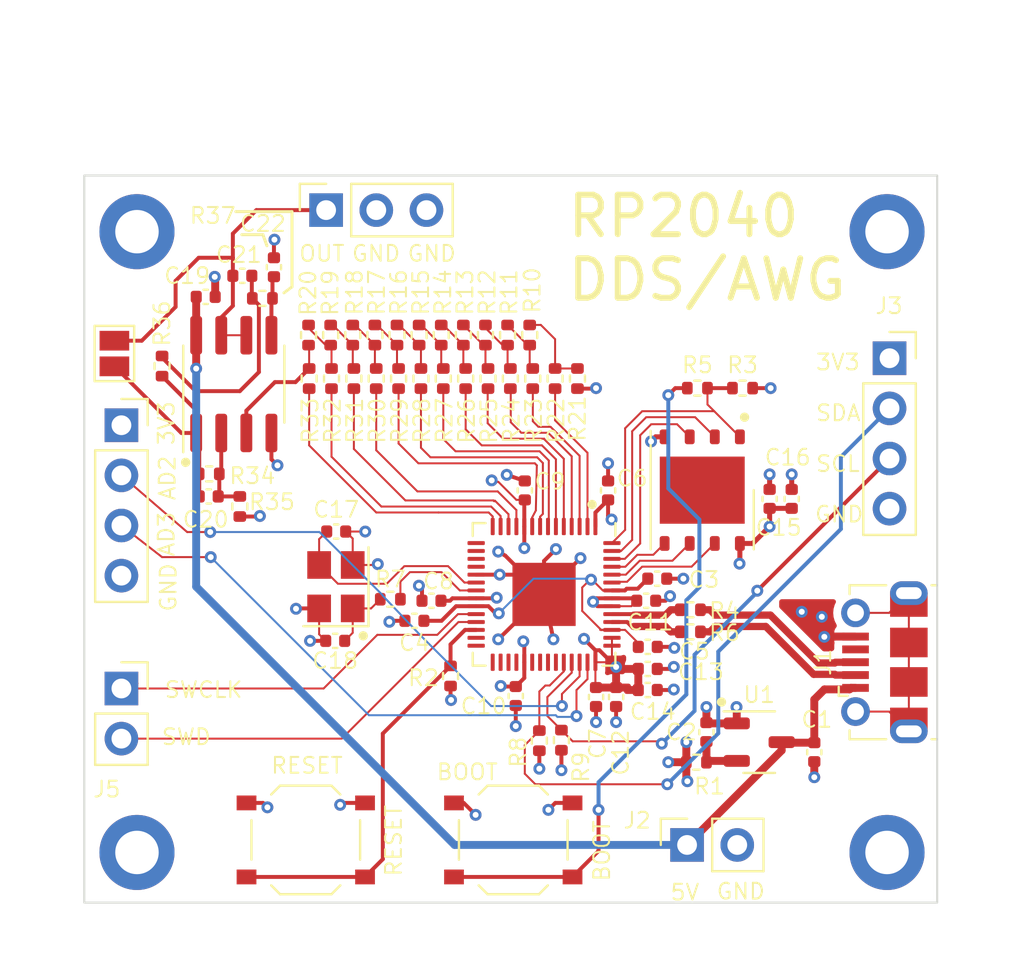
<source format=kicad_pcb>
(kicad_pcb (version 20221018) (generator pcbnew)
  (layers (0 "F.Cu" signal) (1 "In1.Cu" signal) (2 "In2.Cu" signal) (31 "B.Cu" signal) (34 "B.Paste" user) (35 "F.Paste" user) (36 "B.SilkS" user "B.Silkscreen") (37 "F.SilkS" user "F.Silkscreen") (38 "B.Mask" user) (39 "F.Mask" user) (44 "Edge.Cuts" user))
  (net 0 "")
  (net 1 "+5V")
  (net 2 "GND")
  (net 3 "+3V3")
  (net 4 "+1V1")
  (net 5 "Net-(U3-XIN)")
  (net 6 "Net-(U4A--)")
  (net 8 "unconnected-(J1-Shield-Pad6)")
  (net 9 "/SDA")
  (net 10 "/SCL")
  (net 11 "/SWCLK")
  (net 12 "/SWD")
  (net 13 "/ADC2")
  (net 14 "/ADC3")
  (net 15 "/GPIO24")
  (net 16 "/GPIO25")
  (net 17 "Net-(U3-RUN)")
  (net 18 "/QSPI_SS")
  (net 19 "Net-(U3-XOUT)")
  (net 20 "Net-(R10-Pad1)")
  (net 21 "Net-(R10-Pad2)")
  (net 22 "Net-(R11-Pad1)")
  (net 23 "Net-(R12-Pad1)")
  (net 24 "Net-(R13-Pad1)")
  (net 25 "Net-(R14-Pad1)")
  (net 26 "Net-(R15-Pad1)")
  (net 27 "Net-(R16-Pad1)")
  (net 28 "Net-(R17-Pad1)")
  (net 29 "Net-(R18-Pad1)")
  (net 30 "Net-(R19-Pad1)")
  (net 31 "Net-(U4A-+)")
  (net 32 "/GPIO0")
  (net 33 "/GPIO1")
  (net 34 "/GPIO2")
  (net 35 "/GPIO3")
  (net 36 "/GPIO4")
  (net 37 "/GPIO5")
  (net 38 "/GPIO6")
  (net 39 "/GPIO7")
  (net 40 "/GPIO8")
  (net 41 "/GPIO9")
  (net 42 "/GPIO10")
  (net 43 "/GPIO11")
  (net 44 "Net-(JP1-A)")
  (net 45 "Net-(C21-Pad1)")
  (net 46 "Net-(U4B-+)")
  (net 47 "/GPIO12")
  (net 48 "/GPIO13")
  (net 49 "/GPIO14")
  (net 50 "/GPIO15")
  (net 51 "/GPIO16")
  (net 52 "/GPIO17")
  (net 53 "/GPIO18")
  (net 54 "/GPIO19")
  (net 55 "/GPIO20")
  (net 56 "/GPIO21")
  (net 57 "/GPIO22")
  (net 58 "/GPIO23")
  (net 59 "/QSPI_SD1")
  (net 60 "/QSPI_SD2")
  (net 61 "/QSPI_SD0")
  (net 62 "/QSPI_SCLK")
  (net 63 "/QSPI_SD3")
  (net 65 "Net-(C18-Pad2)")
  (net 66 "Net-(R5-Pad1)")
  (net 67 "/USB_P")
  (net 68 "/USB_N")
  (net 69 "/USB_DP")
  (net 70 "/USB_DN")
  (net 71 "Net-(U1-VO)")
  (net 72 "Net-(J6-Pin_1)")
  (footprint "Package_SO:SOIC-8_3.9x4.9mm_P1.27mm" (layer "F.Cu") (at 172.6692 75.3364 90)
    (fp_text reference "U4" hide)
    (fp_text value "OPA2192")
  )
  (footprint "Resistor_SMD:R_0402_1005Metric" (layer "F.Cu") (at 177.615628 75.055 90)
    (fp_text reference "R32")
    (fp_text value "22k")
  )
  (footprint "Resistor_SMD:R_0402_1005Metric" (layer "F.Cu") (at 182.1434 75.055 90)
    (fp_text reference "R28")
    (fp_text value "22k")
  )
  (footprint "Capacitor_SMD:C_0402_1005Metric" (layer "F.Cu") (at 181.8132 87.3252 180)
    (fp_text reference "C4")
    (fp_text value "100n")
  )
  (footprint "Capacitor_SMD:C_0402_1005Metric" (layer "F.Cu") (at 192.024 91.186 -90)
    (fp_text reference "C12")
    (fp_text value "100n")
  )
  (footprint "Connector_PinSocket_2.54mm:PinSocket_1x04_P2.54mm_Vertical" (layer "F.Cu") (at 205.8666 74.0256)
    (fp_text reference "J3")
    (fp_text value "Conn_01x04")
  )
  (footprint "Package_TO_SOT_SMD:SOT-23-3" (layer "F.Cu") (at 199.2685 93.472)
    (fp_text reference "U1")
    (fp_text value "XC6206PxxxMR")
  )
  (footprint "Capacitor_SMD:C_0402_1005Metric" (layer "F.Cu") (at 193.548 86.3092)
    (fp_text reference "C11")
    (fp_text value "100n")
  )
  (footprint "Resistor_SMD:R_0402_1005Metric" (layer "F.Cu") (at 196.088 94.488 180)
    (fp_text reference "R1")
    (fp_text value "0")
  )
  (footprint "Resistor_SMD:R_0402_1005Metric" (layer "F.Cu") (at 182.051111 72.8512 90)
    (fp_text reference "R15")
    (fp_text value "11k")
  )
  (footprint "Resistor_SMD:R_0402_1005Metric" (layer "F.Cu") (at 184.290255 72.8512 90)
    (fp_text reference "R13")
    (fp_text value "11k")
  )
  (footprint "Capacitor_SMD:C_0402_1005Metric" (layer "F.Cu") (at 174.7012 69.4156 90)
    (fp_text reference "C22")
    (fp_text value "10p")
  )
  (footprint "Capacitor_SMD:C_0402_1005Metric" (layer "F.Cu") (at 186.944 91.1352 -90)
    (fp_text reference "C10")
    (fp_text value "100n")
  )
  (footprint "Resistor_SMD:R_0402_1005Metric" (layer "F.Cu") (at 185.539229 75.055 90)
    (fp_text reference "R25")
    (fp_text value "22k")
  )
  (footprint "Resistor_SMD:R_0402_1005Metric" (layer "F.Cu") (at 185.409827 72.8512 90)
    (fp_text reference "R12")
    (fp_text value "11k")
  )
  (footprint "Resistor_SMD:R_0402_1005Metric" (layer "F.Cu") (at 187.648977 72.8512 90)
    (fp_text reference "R10")
    (fp_text value "11k")
  )
  (footprint "Button_Switch_SMD:SW_Push_1P1T_XKB_TS-1187A" (layer "F.Cu") (at 186.817 98.425)
    (fp_text reference "SW2" hide)
    (fp_text value "SW_Push")
  )
  (footprint "Jumper:SolderJumper-2_P1.3mm_Open_Pad1.0x1.5mm" (layer "F.Cu") (at 166.624 73.787 90)
    (fp_text reference "JP1" hide)
    (fp_text value "SolderJumper_2_Open")
  )
  (footprint "Resistor_SMD:R_0402_1005Metric" (layer "F.Cu") (at 178.747571 75.055 90)
    (fp_text reference "R31")
    (fp_text value "22k")
  )
  (footprint "Resistor_SMD:R_0402_1005Metric" (layer "F.Cu") (at 188.1378 93.3958 90)
    (fp_text reference "R8")
    (fp_text value "10k")
  )
  (footprint "Capacitor_SMD:C_0402_1005Metric" (layer "F.Cu") (at 182.6768 86.3092 180)
    (fp_text reference "C8")
    (fp_text value "100n")
  )
  (footprint "Capacitor_SMD:C_0402_1005Metric" (layer "F.Cu") (at 196.596 92.964 90)
    (fp_text reference "C2")
    (fp_text value "1u")
  )
  (footprint "Resistor_SMD:R_0402_1005Metric" (layer "F.Cu") (at 195.7832 87.884 180)
    (fp_text reference "R6")
    (fp_text value "27")
  )
  (footprint "Resistor_SMD:R_0402_1005Metric" (layer "F.Cu") (at 187.803115 75.055 90)
    (fp_text reference "R23")
    (fp_text value "22k")
  )
  (footprint "Connector_PinSocket_2.54mm:PinSocket_1x02_P2.54mm_Vertical" (layer "F.Cu") (at 195.617 98.679 90)
    (fp_text reference "J2")
    (fp_text value "Conn_01x02")
  )
  (footprint "Resistor_SMD:R_0402_1005Metric" (layer "F.Cu") (at 181.011457 75.055 90)
    (fp_text reference "R29")
    (fp_text value "22k")
  )
  (footprint "Capacitor_SMD:C_0402_1005Metric" (layer "F.Cu") (at 200.914 81.1504 90)
    (fp_text reference "C16")
    (fp_text value "2.2u")
  )
  (footprint "MountingHole:MountingHole_2.2mm_M2_DIN965_Pad" (layer "F.Cu") (at 205.74 67.6148)
    (fp_text reference "H1" hide)
    (fp_text value "MountingHole_Pad")
  )
  (footprint "Resistor_SMD:R_0402_1005Metric" (layer "F.Cu") (at 196.1388 75.5396)
    (fp_text reference "R5")
    (fp_text value "1k")
  )
  (footprint "Capacitor_SMD:C_0402_1005Metric" (layer "F.Cu") (at 202.057 93.98 -90)
    (fp_text reference "C1")
    (fp_text value "1u")
  )
  (footprint "Connector_PinSocket_2.54mm:PinSocket_1x03_P2.54mm_Vertical" (layer "F.Cu") (at 177.3428 66.5226 90)
    (fp_text reference "J6" hide)
    (fp_text value "Conn_01x03")
  )
  (footprint "Resistor_SMD:R_0402_1005Metric" (layer "F.Cu") (at 189.2554 93.3704 90)
    (fp_text reference "R9")
    (fp_text value "10k")
  )
  (footprint "MountingHole:MountingHole_2.2mm_M2_DIN965_Pad" (layer "F.Cu") (at 205.74 99.06)
    (fp_text reference "H2" hide)
    (fp_text value "MountingHole_Pad")
  )
  (footprint "Connector_PinSocket_2.54mm:PinSocket_1x04_P2.54mm_Vertical" (layer "F.Cu") (at 166.9796 77.4192)
    (fp_text reference "J4" hide)
    (fp_text value "Conn_01x04")
  )
  (footprint "Resistor_SMD:R_0402_1005Metric" (layer "F.Cu") (at 180.931539 72.8512 90)
    (fp_text reference "R16")
    (fp_text value "11k")
  )
  (footprint "Resistor_SMD:R_0402_1005Metric" (layer "F.Cu") (at 190.067011 75.055 90)
    (fp_text reference "R21")
    (fp_text value "22k")
  )
  (footprint "Resistor_SMD:R_0402_1005Metric" (layer "F.Cu") (at 169.037 74.422 90)
    (fp_text reference "R36")
    (fp_text value "1k")
  )
  (footprint "Resistor_SMD:R_0402_1005Metric" (layer "F.Cu") (at 176.483685 75.055 90)
    (fp_text reference "R33")
    (fp_text value "22k")
  )
  (footprint "MountingHole:MountingHole_2.2mm_M2_DIN965_Pad" (layer "F.Cu") (at 167.767 99.06)
    (fp_text reference "H3" hide)
    (fp_text value "MountingHole_Pad")
  )
  (footprint "Resistor_SMD:R_0402_1005Metric" (layer "F.Cu") (at 186.671172 75.055 90)
    (fp_text reference "R24")
    (fp_text value "22k")
  )
  (footprint "Resistor_SMD:R_0402_1005Metric" (layer "F.Cu") (at 183.642 90.1192 -90)
    (fp_text reference "R2")
    (fp_text value "10k")
  )
  (footprint "MountingHole:MountingHole_2.2mm_M2_DIN965_Pad" (layer "F.Cu") (at 167.767 67.6148)
    (fp_text reference "H4" hide)
    (fp_text value "MountingHole_Pad")
  )
  (footprint "Resistor_SMD:R_0402_1005Metric" (layer "F.Cu") (at 195.7832 86.7664 180)
    (fp_text reference "R4")
    (fp_text value "27")
  )
  (footprint "Connector_USB:USB_Micro-B_Molex-105017-0001" (layer "F.Cu") (at 205.6072 89.424 90)
    (fp_text reference "J1")
    (fp_text value "USB_B_Micro")
  )
  (footprint "Resistor_SMD:R_0402_1005Metric" (layer "F.Cu") (at 183.170683 72.8512 90)
    (fp_text reference "R14")
    (fp_text value "11k")
  )
  (footprint "Capacitor_SMD:C_0402_1005Metric" (layer "F.Cu") (at 173.101 69.85 180)
    (fp_text reference "C21")
    (fp_text value "10p")
  )
  (footprint "Resistor_SMD:R_0402_1005Metric" (layer "F.Cu") (at 183.275343 75.055 90)
    (fp_text reference "R27")
    (fp_text value "22k")
  )
  (footprint "Resistor_SMD:R_0402_1005Metric" (layer "F.Cu") (at 174.117 70.993 180)
    (fp_text reference "R37")
    (fp_text value "2.2k")
  )
  (footprint "Resistor_SMD:R_0402_1005Metric" (layer "F.Cu") (at 176.453251 72.8512 90)
    (fp_text reference "R20")
    (fp_text value "11k")
  )
  (footprint "Capacitor_SMD:C_0402_1005Metric" (layer "F.Cu") (at 191.008 91.186 -90)
    (fp_text reference "C7")
    (fp_text value "100n")
  )
  (footprint "Capacitor_SMD:C_0402_1005Metric" (layer "F.Cu") (at 171.2468 70.9168)
    (fp_text reference "C19")
    (fp_text value "100n")
  )
  (footprint "Crystal:Crystal_SMD_3225-4Pin_3.2x2.5mm" (layer "F.Cu") (at 177.839 85.598 90)
    (fp_text reference "Y1" hide)
    (fp_text value "Crystal_GND24")
  )
  (footprint "Resistor_SMD:R_0402_1005Metric" (layer "F.Cu") (at 184.407286 75.055 90)
    (fp_text reference "R26")
    (fp_text value "22k")
  )
  (footprint "Resistor_SMD:R_0402_1005Metric" (layer "F.Cu") (at 179.879514 75.055 90)
    (fp_text reference "R30")
    (fp_text value "22k")
  )
  (footprint "Resistor_SMD:R_0402_1005Metric" (layer "F.Cu") (at 186.529399 72.8512 90)
    (fp_text reference "R11")
    (fp_text value "11k")
  )
  (footprint "Connector_PinSocket_2.54mm:PinSocket_1x02_P2.54mm_Vertical" (layer "F.Cu") (at 166.9796 90.7542)
    (fp_text reference "J5")
    (fp_text value "Conn_01x02")
  )
  (footprint "Capacitor_SMD:C_0402_1005Metric" (layer "F.Cu") (at 177.8526 82.804 180)
    (fp_text reference "C17")
    (fp_text value "12pF")
  )
  (footprint "Capacitor_SMD:C_0402_1005Metric" (layer "F.Cu") (at 191.6176 80.7212 90)
    (fp_text reference "C6")
    (fp_text value "100n")
  )
  (footprint "Capacitor_SMD:C_0402_1005Metric" (layer "F.Cu") (at 199.7964 81.1504 90)
    (fp_text reference "C15")
    (fp_text value "100n")
  )
  (footprint "Resistor_SMD:R_0402_1005Metric" (layer "F.Cu") (at 198.4248 75.5396)
    (fp_text reference "R3")
    (fp_text value "DNS")
  )
  (footprint "Capacitor_SMD:C_0402_1005Metric" (layer "F.Cu") (at 193.6268 90.8304)
    (fp_text reference "C14")
    (fp_text value "2.2u")
  )
  (footprint "Capacitor_SMD:C_0402_1005Metric" (layer "F.Cu") (at 193.6268 88.646)
    (fp_text reference "C5")
    (fp_text value "2.2u")
  )
  (footprint "Resistor_SMD:R_0402_1005Metric" (layer "F.Cu") (at 172.974 81.534 -90)
    (fp_text reference "R35")
    (fp_text value "2.2k")
  )
  (footprint "Resistor_SMD:R_0402_1005Metric" (layer "F.Cu") (at 180.594 86.233 180)
    (fp_text reference "R7")
    (fp_text value "1k")
  )
  (footprint "Resistor_SMD:R_0402_1005Metric" (layer "F.Cu") (at 179.811967 72.8512 90)
    (fp_text reference "R17")
    (fp_text value "11k")
  )
  (footprint "Capacitor_SMD:C_0402_1005Metric" (layer "F.Cu") (at 194.1068 85.1916)
    (fp_text reference "C3")
    (fp_text value "100n")
  )
  (footprint "Resistor_SMD:R_0402_1005Metric" (layer "F.Cu") (at 171.4246 79.883 180)
    (fp_text reference "R34")
    (fp_text value "1k")
  )
  (footprint "Package_DFN_QFN:QFN-56-1EP_7x7mm_P0.4mm_EP3.2x3.2mm" (layer "F.Cu") (at 188.376 85.9875 -90)
    (fp_text reference "U3" hide)
    (fp_text value "RP2040")
  )
  (footprint "Button_Switch_SMD:SW_Push_1P1T_XKB_TS-1187A" (layer "F.Cu") (at 176.313 98.425)
    (fp_text reference "SW1" hide)
    (fp_text value "SW_Push")
  )
  (footprint "Capacitor_SMD:C_0402_1005Metric" (layer "F.Cu") (at 187.4012 80.7212 90)
    (fp_text reference "C9")
    (fp_text value "100n")
  )
  (footprint "Resistor_SMD:R_0402_1005Metric" (layer "F.Cu") (at 188.935058 75.055 90)
    (fp_text reference "R22")
    (fp_text value "22k")
  )
  (footprint "Capacitor_SMD:C_0402_1005Metric" (layer "F.Cu") (at 193.6268 89.7636)
    (fp_text reference "C13")
    (fp_text value "2.2u")
  )
  (footprint "Package_SON:WSON-8-1EP_6x5mm_P1.27mm_EP3.4x4.3mm" (layer "F.Cu") (at 196.3846 80.7076 -90)
    (fp_text reference "U2" hide)
    (fp_text value "W25Q32JVZP")
  )
  (footprint "Capacitor_SMD:C_0402_1005Metric" (layer "F.Cu") (at 177.8018 88.3412)
    (fp_text reference "C18")
    (fp_text value "12pF")
  )
  (footprint "Capacitor_SMD:C_0402_1005Metric" (layer "F.Cu") (at 171.3992 81.026)
    (fp_text reference "C20")
    (fp_text value "10p")
  )
  (footprint "Resistor_SMD:R_0402_1005Metric" (layer "F.Cu") (at 177.572823 72.8512 90)
    (fp_text reference "R19")
    (fp_text value "11k")
  )
  (footprint "Resistor_SMD:R_0402_1005Metric" (layer "F.Cu") (at 178.692395 72.8512 90)
    (fp_text reference "R18")
    (fp_text value "11k")
  )
  (gr_line (start 175.6156 66.5988) (end 175.6156 70.4088) (stroke (width 0.15)) (layer "F.SilkS"))
  (gr_circle (center 190.8048 81.4324) (end 190.965444 81.4324) (stroke (width 0.15)) (fill solid) (layer "F.SilkS"))
  (gr_line (start 172.7708 66.5988) (end 175.6156 66.5988) (stroke (width 0.15)) (layer "F.SilkS"))
  (gr_circle (center 198.5264 77.0128) (end 198.687044 77.0128) (stroke (width 0.15)) (fill solid) (layer "F.SilkS"))
  (gr_circle (center 197.358 91.44) (end 197.518644 91.44) (stroke (width 0.15)) (fill solid) (layer "F.SilkS"))
  (gr_line (start 175.6156 70.4088) (end 175.2092 70.7136) (stroke (width 0.15)) (layer "F.SilkS"))
  (gr_circle (center 179.2224 88.0872) (end 179.383044 88.0872) (stroke (width 0.15)) (fill solid) (layer "F.SilkS"))
  (gr_circle (center 170.2308 79.2988) (end 170.391444 79.2988) (stroke (width 0.15)) (fill solid) (layer "F.SilkS"))
  (gr_line (start 173.0756 67.7672) (end 174.1424 67.7672) (stroke (width 0.15)) (layer "F.SilkS"))
  (gr_line (start 174.1424 67.7672) (end 174.3456 68.326) (stroke (width 0.15)) (layer "F.SilkS"))
  (gr_rect (start 165.1 64.77) (end 208.28 101.6) (stroke (width 0.1)) (fill none) (layer "Edge.Cuts"))
  (gr_text "BOOT" (at 182.88 95.4532) (layer "F.SilkS") (effects (font (size 0.8 0.8) (thickness 0.1)) (justify left bottom)))
  (gr_text "SWCLK" (at 169.1132 91.2876) (layer "F.SilkS") (effects (font (size 0.8 0.8) (thickness 0.1)) (justify left bottom)))
  (gr_text "GND" (at 197.0532 101.4984) (layer "F.SilkS") (effects (font (size 0.8 0.8) (thickness 0.1)) (justify left bottom)))
  (gr_text "RESET" (at 174.498 95.123) (layer "F.SilkS") (effects (font (size 0.8 0.8) (thickness 0.1)) (justify left bottom)))
  (gr_text "SDA" (at 202.0824 77.2668) (layer "F.SilkS") (effects (font (size 0.8 0.8) (thickness 0.1)) (justify left bottom)))
  (gr_text "AD2" (at 169.7736 81.28 90) (layer "F.SilkS") (effects (font (size 0.8 0.8) (thickness 0.1)) (justify left bottom)))
  (gr_text "AD3" (at 169.7228 84.1248 90) (layer "F.SilkS") (effects (font (size 0.8 0.8) (thickness 0.1)) (justify left bottom)))
  (gr_text "GND" (at 178.587409 69.1896) (layer "F.SilkS") (effects (font (size 0.8 0.8) (thickness 0.1)) (justify left bottom)))
  (gr_text "OUT" (at 175.9204 69.1896) (layer "F.SilkS") (effects (font (size 0.8 0.8) (thickness 0.1)) (justify left bottom)))
  (gr_text "RESET" (at 181.229 100.33 90) (layer "F.SilkS") (effects (font (size 0.8 0.8) (thickness 0.1)) (justify left bottom)))
  (gr_text "3V3" (at 169.7228 78.486 90) (layer "F.SilkS") (effects (font (size 0.8 0.8) (thickness 0.1)) (justify left bottom)))
  (gr_text "BOOT" (at 191.77 100.584 90) (layer "F.SilkS") (effects (font (size 0.8 0.8) (thickness 0.1)) (justify left bottom)))
  (gr_text "3V3" (at 202.0824 74.692934) (layer "F.SilkS") (effects (font (size 0.8 0.8) (thickness 0.1)) (justify left bottom)))
  (gr_text "GND" (at 181.4068 69.1896) (layer "F.SilkS") (effects (font (size 0.8 0.8) (thickness 0.1)) (justify left bottom)))
  (gr_text "GND" (at 169.8244 86.9188 90) (layer "F.SilkS") (effects (font (size 0.8 0.8) (thickness 0.1)) (justify left bottom)))
  (gr_text "RP2040 \nDDS/AWG" (at 189.4332 71.2216) (layer "F.SilkS") (effects (font (size 2 2) (thickness 0.3)) (justify left bottom)))
  (gr_text "5V" (at 194.7164 101.5492) (layer "F.SilkS") (effects (font (size 0.8 0.8) (thickness 0.1)) (justify left bottom)))
  (gr_text "GND" (at 202.0316 82.3976) (layer "F.SilkS") (effects (font (size 0.8 0.8) (thickness 0.1)) (justify left bottom)))
  (gr_text "SCL" (at 202.0824 79.840666) (layer "F.SilkS") (effects (font (size 0.8 0.8) (thickness 0.1)) (justify left bottom)))
  (gr_text "SWD" (at 168.9608 93.6752) (layer "F.SilkS") (effects (font (size 0.8 0.8) (thickness 0.1)) (justify left bottom)))
  (segment (start 170.7642 73.344217) (end 170.7642 72.8614) (width 0.4) (layer "F.Cu") (net 1))
  (segment (start 170.7642 70.9194) (end 170.7668 70.9168) (width 0.2) (layer "F.Cu") (net 1))
  (segment (start 203.916 90.724) (end 203.841 90.799) (width 0.4) (layer "F.Cu") (net 1))
  (segment (start 195.617 98.679) (end 200.406 93.89) (width 0.4) (layer "F.Cu") (net 1))
  (segment (start 202.057 93.5) (end 200.434 93.5) (width 0.4) (layer "F.Cu") (net 1))
  (segment (start 200.406 93.89) (end 200.406 93.472) (width 0.4) (layer "F.Cu") (net 1))
  (segment (start 170.7642 74.549) (end 170.7642 73.344217) (width 0.4) (layer "F.Cu") (net 1))
  (segment (start 200.434 93.5) (end 200.406 93.472) (width 0.4) (layer "F.Cu") (net 1))
  (segment (start 170.7642 72.8614) (end 170.7642 70.9194) (width 0.4) (layer "F.Cu") (net 1))
  (segment (start 202.057 91.313) (end 202.057 93.5) (width 0.4) (layer "F.Cu") (net 1))
  (segment (start 202.571 90.799) (end 202.057 91.313) (width 0.4) (layer "F.Cu") (net 1))
  (segment (start 203.841 90.799) (end 202.571 90.799) (width 0.4) (layer "F.Cu") (net 1))
  (segment (start 204.1447 90.724) (end 203.916 90.724) (width 0.4) (layer "F.Cu") (net 1))
  (via (at 170.7642 74.549) (size 0.6) (drill 0.3) (layers "F.Cu" "B.Cu") (net 1))
  (segment (start 183.84585 98.679) (end 195.617 98.679) (width 0.4) (layer "B.Cu") (net 1))
  (segment (start 170.7642 74.549) (end 170.7642 85.59735) (width 0.4) (layer "B.Cu") (net 1))
  (segment (start 170.7642 85.59735) (end 183.84585 98.679) (width 0.4) (layer "B.Cu") (net 1))
  (segment (start 202.819 88.124) (end 202.565 88.138) (width 0.4) (layer "F.Cu") (net 2))
  (segment (start 190.9826 75.565) (end 191.008 75.5396) (width 0.2) (layer "F.Cu") (net 2))
  (segment (start 194.8434 89.7636) (end 194.945 89.662) (width 0.2) (layer "F.Cu") (net 2))
  (segment (start 194.024656 78.0076) (end 193.7927 78.239556) (width 0.254) (layer "F.Cu") (net 2))
  (segment (start 187.4012 80.2412) (end 186.4868 79.9338) (width 0.2) (layer "F.Cu") (net 2))
  (segment (start 174.7012 68.9356) (end 174.7012 68.044) (width 0.2) (layer "F.Cu") (net 2))
  (segment (start 188.376 86.0648) (end 188.376 85.9875) (width 0.2) (layer "F.Cu") (net 2))
  (segment (start 192.024 91.666) (end 192.024 92.456) (width 0.2) (layer "F.Cu") (net 2))
  (segment (start 179.313 96.55) (end 178.151 96.55) (width 0.2) (layer "F.Cu") (net 2))
  (segment (start 180.594 87.3252) (end 180.5432 87.376) (width 0.2) (layer "F.Cu") (net 2))
  (segment (start 188.376 85.9948) (end 188.376 85.9875) (width 0.2) (layer "F.Cu") (net 2))
  (segment (start 172.974 82.044) (end 173.9626 82.044) (width 0.2) (layer "F.Cu") (net 2))
  (segment (start 194.1068 89.7636) (end 194.8434 89.7636) (width 0.2) (layer "F.Cu") (net 2))
  (segment (start 202.791 88.124) (end 202.805 88.124) (width 0.4) (layer "F.Cu") (net 2))
  (segment (start 182.1968 86.3092) (end 182.1968 85.7022) (width 0.2) (layer "F.Cu") (net 2))
  (segment (start 188.376 84.293) (end 188.976 83.693) (width 0.2) (layer "F.Cu") (net 2))
  (segment (start 179.916 84.498) (end 179.959 84.455) (width 0.1) (layer "F.Cu") (net 2))
  (segment (start 186.055 83.82) (end 186.4117 84.0232) (width 0.2) (layer "F.Cu") (net 2))
  (segment (start 174.147 96.55) (end 173.313 96.55) (width 0.2) (layer "F.Cu") (net 2))
  (segment (start 178.689 84.498) (end 179.916 84.498) (width 0.1) (layer "F.Cu") (net 2))
  (segment (start 182.1968 85.7022) (end 182.0418 85.5472) (width 0.2) (layer "F.Cu") (net 2))
  (segment (start 204.1447 88.124) (end 202.819 88.124) (width 0.4) (layer "F.Cu") (net 2))
  (segment (start 196.596 92.484) (end 196.596 91.694) (width 0.4) (layer "F.Cu") (net 2))
  (segment (start 200.914 80.6704) (end 200.914 79.9084) (width 0.254) (layer "F.Cu") (net 2))
  (segment (start 171.7268 69.9236) (end 171.704 69.9008) (width 0.2) (layer "F.Cu") (net 2))
  (segment (start 177.3218 88.3412) (end 176.53 88.3412) (width 0.2) (layer "F.Cu") (net 2))
  (segment (start 178.151 96.55) (end 178.054 96.647) (width 0.2) (layer "F.Cu") (net 2))
  (segment (start 194.521468 86.3092) (end 194.754933 86.075735) (width 0.2) (layer "F.Cu") (net 2))
  (segment (start 171.7268 70.9168) (end 171.7268 69.9236) (width 0.4) (layer "F.Cu") (net 2))
  (segment (start 191.008 91.666) (end 191.008 92.456) (width 0.2) (layer "F.Cu") (net 2))
  (segment (start 199.7964 80.6704) (end 199.7964 79.9084) (width 0.254) (layer "F.Cu") (net 2))
  (segment (start 174.5742 77.8114) (end 174.5742 79.1464) (width 0.2) (layer "F.Cu") (net 2))
  (segment (start 188.376 85.9875) (end 188.376 84.293) (width 0.2) (layer "F.Cu") (net 2))
  (segment (start 181.3332 87.3252) (end 180.594 87.3252) (width 0.2) (layer "F.Cu") (net 2))
  (segment (start 177.3218 88.3412) (end 176.989 88.0084) (width 0.1) (layer "F.Cu") (net 2))
  (segment (start 191.6176 80.2412) (end 191.6176 79.3496) (width 0.2) (layer "F.Cu") (net 2))
  (segment (start 176.989 86.698) (end 175.8364 86.698) (width 0.2) (layer "F.Cu") (net 2))
  (segment (start 194.9196 88.646) (end 194.9704 88.6968) (width 0.2) (layer "F.Cu") (net 2))
  (segment (start 194.9196 90.8304) (end 194.945 90.805) (width 0.2) (layer "F.Cu") (net 2))
  (segment (start 186.055 88.265) (end 188.376 85.9948) (width 0.2) (layer "F.Cu") (net 2))
  (segment (start 198.131 92.522) (end 196.634 92.522) (width 0.4) (layer "F.Cu") (net 2))
  (segment (start 175.8364 86.698) (end 175.8188 86.7156) (width 0.2) (layer "F.Cu") (net 2))
  (segment (start 189.817 96.55) (end 188.946 96.55) (width 0.2) (layer "F.Cu") (net 2))
  (segment (start 188.376 85.9875) (end 188.376 86.3188) (width 0.2) (layer "F.Cu") (net 2))
  (segment (start 186.1312 84.9884) (end 187.3769 84.9884) (width 0.2) (layer "F.Cu") (net 2))
  (segment (start 194.028 86.3092) (end 194.521468 86.3092) (width 0.2) (layer "F.Cu") (net 2))
  (segment (start 188.376 85.9875) (end 188.849 88.265) (width 0.2) (layer "F.Cu") (net 2))
  (segment (start 188.946 96.55) (end 188.595 96.901) (width 0.2) (layer "F.Cu") (net 2))
  (segment (start 190.067011 75.565) (end 190.9826 75.565) (width 0.2) (layer "F.Cu") (net 2))
  (segment (start 186.1312 84.9884) (end 185.9779 84.9875) (width 0.2) (layer "F.Cu") (net 2))
  (segment (start 198.131 92.522) (end 198.131 91.705) (width 0.4) (layer "F.Cu") (net 2))
  (segment (start 202.057 94.46) (end 202.057 95.25) (width 0.4) (layer "F.Cu") (net 2))
  (segment (start 178.3326 82.804) (end 178.689 83.1604) (width 0.1) (layer "F.Cu") (net 2))
  (segment (start 176.989 88.0084) (end 176.989 86.698) (width 0.1) (layer "F.Cu") (net 2))
  (segment (start 194.5868 85.1916) (end 195.4276 85.1916) (width 0.2) (layer "F.Cu") (net 2))
  (segment (start 186.944 91.6152) (end 186.944 92.6592) (width 0.2) (layer "F.Cu") (net 2))
  (segment (start 174.5742 79.1464) (end 174.879 79.4512) (width 0.2) (layer "F.Cu") (net 2))
  (segment (start 194.1068 88.646) (end 194.9196 88.646) (width 0.2) (layer "F.Cu") (net 2))
  (segment (start 184.307 96.55) (end 184.912 97.155) (width 0.2) (layer "F.Cu") (net 2))
  (segment (start 178.689 83.1604) (end 178.689 84.498) (width 0.1) (layer "F.Cu") (net 2))
  (segment (start 196.634 92.522) (end 196.596 92.484) (width 0.4) (layer "F.Cu") (net 2))
  (segment (start 194.4796 78.0076) (end 194.024656 78.0076) (width 0.254) (layer "F.Cu") (net 2))
  (segment (start 174.371 96.774) (end 174.147 96.55) (width 0.2) (layer "F.Cu") (net 2))
  (segment (start 178.3326 82.804) (end 179.324 82.804) (width 0.1) (layer "F.Cu") (net 2))
  (segment (start 173.9626 82.044) (end 173.99 82.0166) (width 0.2) (layer "F.Cu") (net 2))
  (segment (start 187.3769 84.9884) (end 188.376 85.9875) (width 0.2) (layer "F.Cu") (net 2))
  (segment (start 190.2206 84.1502) (end 188.3833 85.9875) (width 0.2) (layer "F.Cu") (net 2))
  (segment (start 202.565 88.138) (end 202.791 88.124) (width 0.4) (layer "F.Cu") (net 2))
  (segment (start 188.3833 85.9875) (end 188.376 85.9875) (width 0.2) (layer "F.Cu") (net 2))
  (segment (start 185.9779 84.9875) (end 184.9385 84.9875) (width 0.2) (layer "F.Cu") (net 2))
  (segment (start 194.1068 90.8304) (end 194.9196 90.8304) (width 0.2) (layer "F.Cu") (net 2))
  (segment (start 183.817 96.55) (end 184.307 96.55) (width 0.2) (layer "F.Cu") (net 2))
  (segment (start 198.131 91.705) (end 198.12 91.694) (width 0.4) (layer "F.Cu") (net 2))
  (segment (start 186.4117 84.0232) (end 188.376 85.9875) (width 0.2) (layer "F.Cu") (net 2))
  (via (at 176.53 88.3412) (size 0.6) (drill 0.3) (layers "F.Cu" "B.Cu") (net 2))
  (via (at 196.596 91.694) (size 0.6) (drill 0.3) (layers "F.Cu" "B.Cu") (net 2))
  (via (at 182.0418 85.5472) (size 0.6) (drill 0.3) (layers "F.Cu" "B.Cu") (net 2))
  (via (at 192.024 92.456) (size 0.6) (drill 0.3) (layers "F.Cu" "B.Cu") (net 2))
  (via (at 198.12 91.694) (size 0.6) (drill 0.3) (layers "F.Cu" "B.Cu") (net 2))
  (via (at 194.754933 86.075735) (size 0.6) (drill 0.3) (layers "F.Cu" "B.Cu") (net 2))
  (via (at 179.959 84.455) (size 0.6) (drill 0.3) (layers "F.Cu" "B.Cu") (net 2))
  (via (at 201.422 86.868) (size 0.6) (drill 0.3) (layers "F.Cu" "B.Cu") (net 2))
  (via (at 171.704 69.9008) (size 0.6) (drill 0.3) (layers "F.Cu" "B.Cu") (net 2))
  (via (at 194.945 89.662) (size 0.6) (drill 0.3) (layers "F.Cu" "B.Cu") (net 2))
  (via (at 186.4868 79.9338) (size 0.6) (drill 0.3) (layers "F.Cu" "B.Cu") (net 2))
  (via (at 175.8188 86.7156) (size 0.6) (drill 0.3) (layers "F.Cu" "B.Cu") (net 2))
  (via (at 190.2206 84.1502) (size 0.6) (drill 0.3) (layers "F.Cu" "B.Cu") (net 2))
  (via (at 186.944 92.6592) (size 0.6) (drill 0.3) (layers "F.Cu" "B.Cu") (net 2))
  (via (at 188.595 96.901) (size 0.6) (drill 0.3) (layers "F.Cu" "B.Cu") (net 2))
  (via (at 194.945 90.805) (size 0.6) (drill 0.3) (layers "F.Cu" "B.Cu") (net 2))
  (via (at 173.99 82.0166) (size 0.6) (drill 0.3) (layers "F.Cu" "B.Cu") (net 2))
  (via (at 178.054 96.647) (size 0.6) (drill 0.3) (layers "F.Cu" "B.Cu") (net 2))
  (via (at 186.1312 84.9884) (size 0.6) (drill 0.3) (layers "F.Cu" "B.Cu") (net 2))
  (via (at 184.912 97.155) (size 0.6) (drill 0.3) (layers "F.Cu" "B.Cu") (net 2))
  (via (at 199.7964 79.9084) (size 0.6) (drill 0.3) (layers "F.Cu" "B.Cu") (net 2))
  (via (at 200.914 79.9084) (size 0.6) (drill 0.3) (layers "F.Cu" "B.Cu") (net 2))
  (via (at 186.055 88.265) (size 0.6) (drill 0.3) (layers "F.Cu" "B.Cu") (net 2))
  (via (at 174.7266 68.0186) (size 0.6) (drill 0.3) (layers "F.Cu" "B.Cu") (net 2))
  (via (at 202.057 95.25) (size 0.6) (drill 0.3) (layers "F.Cu" "B.Cu") (net 2))
  (via (at 188.976 83.693) (size 0.6) (drill 0.3) (layers "F.Cu" "B.Cu") (net 2))
  (via (at 180.5432 87.376) (size 0.6) (drill 0.3) (layers "F.Cu" "B.Cu") (net 2))
  (via (at 191.6176 79.3496) (size 0.6) (drill 0.3) (layers "F.Cu" "B.Cu") (net 2))
  (via (at 186.055 83.82) (size 0.6) (drill 0.3) (layers "F.Cu" "B.Cu") (net 2))
  (via (at 195.4276 85.1916) (size 0.6) (drill 0.3) (layers "F.Cu" "B.Cu") (net 2))
  (via (at 174.371 96.774) (size 0.6) (drill 0.3) (layers "F.Cu" "B.Cu") (net 2))
  (via (at 202.565 88.138) (size 0.6) (drill 0.3) (layers "F.Cu" "B.Cu") (net 2))
  (via (at 194.9704 88.6968) (size 0.6) (drill 0.3) (layers "F.Cu" "B.Cu") (net 2))
  (via (at 179.324 82.804) (size 0.6) (drill 0.3) (layers "F.Cu" "B.Cu") (net 2))
  (via (at 188.849 88.265) (size 0.6) (drill 0.3) (layers "F.Cu" "B.Cu") (net 2))
  (via (at 174.879 79.4512) (size 0.6) (drill 0.3) (layers "F.Cu" "B.Cu") (net 2))
  (via (at 191.008 92.456) (size 0.6) (drill 0.3) (layers "F.Cu" "B.Cu") (net 2))
  (via (at 191.008 75.5396) (size 0.6) (drill 0.3) (layers "F.Cu" "B.Cu") (net 2))
  (via (at 193.7927 78.239556) (size 0.6) (drill 0.3) (layers "F.Cu" "B.Cu") (net 2))
  (via (at 202.438 87.122) (size 0.6) (drill 0.3) (layers "F.Cu" "B.Cu") (net 2))
  (segment (start 187.376 88.4176) (end 187.325 88.3666) (width 0.2) (layer "F.Cu") (net 3))
  (segment (start 183.614 86.3092) (end 183.7357 86.1875) (width 0.2) (layer "F.Cu") (net 3))
  (segment (start 190.976 82.55) (end 190.976 81.8428) (width 0.2) (layer "F.Cu") (net 3))
  (segment (start 192.2526 89.7636) (end 193.1468 89.7636) (width 0.1) (layer "F.Cu") (net 3))
  (segment (start 183.7357 86.1875) (end 184.9385 86.1875) (width 0.2) (layer "F.Cu") (net 3))
  (segment (start 191.8135 86.5875) (end 192.7897 86.5875) (width 0.1) (layer "F.Cu") (net 3))
  (segment (start 183.642 90.6292) (end 183.642 91.313) (width 0.2) (layer "F.Cu") (net 3))
  (segment (start 191.1792 88.8172) (end 190.976 88.8172) (width 0.2) (layer "F.Cu") (net 3))
  (segment (start 190.976 89.425) (end 190.976 90.674) (width 0.1) (layer "F.Cu") (net 3))
  (segment (start 191.8135 88.5875) (end 191.8135 89.3245) (width 0.1) (layer "F.Cu") (net 3))
  (segment (start 187.376 83.642) (end 187.3758 83.6422) (width 0.2) (layer "F.Cu") (net 3))
  (segment (start 190.976 81.8428) (end 191.6176 81.2012) (width 0.2) (layer "F.Cu") (net 3))
  (segment (start 190.976 90.674) (end 191.008 90.706) (width 0.1) (layer "F.Cu") (net 3))
  (segment (start 198.2896 83.4076) (end 198.9388 83.4076) (width 0.254) (layer "F.Cu") (net 3))
  (segment (start 183.1568 86.3092) (end 183.614 86.3092) (width 0.2) (layer "F.Cu") (net 3))
  (segment (start 187.376 82.55) (end 187.376 81.2264) (width 0.2) (layer "F.Cu") (net 3))
  (segment (start 186.944 90.6552) (end 187.376 90.2232) (width 0.2) (layer "F.Cu") (net 3))
  (segment (start 186.064582 80.2894) (end 186.976382 81.2012) (width 0.1) (layer "F.Cu") (net 3))
  (segment (start 192.024 89.662) (end 191.1792 88.8172) (width 0.2) (layer "F.Cu") (net 3))
  (segment (start 191.0292 86.1875) (end 190.8567 86.36) (width 0.2) (layer "F.Cu") (net 3))
  (segment (start 190.976 89.425) (end 191.713 89.425) (width 0.1) (layer "F.Cu") (net 3))
  (segment (start 189.2554 93.8804) (end 189.2554 94.8944) (width 0.2) (layer "F.Cu") (net 3))
  (segment (start 191.6176 82.0166) (end 191.7954 82.1944) (width 0.2) (layer "F.Cu") (net 3))
  (segment (start 192.024 89.662) (end 192.151 89.662) (width 0.1) (layer "F.Cu") (net 3))
  (segment (start 192.024 89.535) (end 192.024 89.662) (width 0.1) (layer "F.Cu") (net 3))
  (segment (start 199.7964 81.6304) (end 200.914 81.6304) (width 0.254) (layer "F.Cu") (net 3))
  (segment (start 191.8135 89.3245) (end 192.024 89.535) (width 0.1) (layer "F.Cu") (net 3))
  (segment (start 186.944 90.6552) (end 186.21 90.6552) (width 0.2) (layer "F.Cu") (net 3))
  (segment (start 195.578 93.474) (end 195.58 93.472) (width 0.4) (layer "F.Cu") (net 3))
  (segment (start 199.7964 82.55) (end 199.7964 81.6304) (width 0.254) (layer "F.Cu") (net 3))
  (segment (start 191.6176 81.2012) (end 191.6176 82.0166) (width 0.2) (layer "F.Cu") (net 3))
  (segment (start 195.578 94.488) (end 194.6656 94.488) (width 0.4) (layer "F.Cu") (net 3))
  (segment (start 191.8135 86.1875) (end 192.9463 86.1875) (width 0.2) (layer "F.Cu") (net 3))
  (segment (start 191.0842 86.5875) (end 190.8567 86.36) (width 0.2) (layer "F.Cu") (net 3))
  (segment (start 190.976 88.8172) (end 190.3984 88.2396) (width 0.2) (layer "F.Cu") (net 3))
  (segment (start 185.801 80.2894) (end 186.064582 80.2894) (width 0.1) (layer "F.Cu") (net 3))
  (segment (start 184.9385 86.1875) (end 185.9481 86.1875) (width 0.2) (layer "F.Cu") (net 3))
  (segment (start 191.8135 86.1875) (end 191.0292 86.1875) (width 0.2) (layer "F.Cu") (net 3))
  (segment (start 198.9388 83.4076) (end 199.7964 82.55) (width 0.254) (layer "F.Cu") (net 3))
  (segment (start 192.7897 86.5875) (end 193.068 86.3092) (width 0.1) (layer "F.Cu") (net 3))
  (segment (start 195.578 94.488) (end 195.578 95.4004) (width 0.4) (layer "F.Cu") (net 3))
  (segment (start 187.376 90.2232) (end 187.376 89.425) (width 0.2) (layer "F.Cu") (net 3))
  (segment (start 187.376 89.425) (end 187.376 88.4176) (width 0.2) (layer "F.Cu") (net 3))
  (segment (start 191.8135 88.1875) (end 191.8135 88.5875) (width 0.1) (layer "F.Cu") (net 3))
  (segment (start 191.8135 86.5875) (end 191.0842 86.5875) (width 0.2) (layer "F.Cu") (net 3))
  (segment (start 191.713 89.425) (end 191.8135 89.3245) (width 0.1) (layer "F.Cu") (net 3))
  (segment (start 185.9481 86.1875) (end 185.9788 86.1568) (width 0.2) (layer "F.Cu") (net 3))
  (segment (start 192.151 89.662) (end 192.2526 89.7636) (width 0.1) (layer "F.Cu") (net 3))
  (segment (start 198.2896 84.4124) (end 198.2724 84.4296) (width 0.254) (layer "F.Cu") (net 3))
  (segment (start 195.578 95.4004) (end 195.6308 95.4532) (width 0.4) (layer "F.Cu") (net 3))
  (segment (start 190.976 89.425) (end 190.976 88.8172) (width 0.2) (layer "F.Cu") (net 3))
  (segment (start 186.21 90.6552) (end 186.182 90.6272) (width 0.2) (layer "F.Cu") (net 3))
  (segment (start 187.376 82.55) (end 187.376 83.642) (width 0.2) (layer "F.Cu") (net 3))
  (segment (start 198.2896 83.4076) (end 198.2896 84.4124) (width 0.254) (layer "F.Cu") (net 3))
  (segment (start 186.976382 81.2012) (end 187.4012 81.2012) (width 0.1) (layer "F.Cu") (net 3))
  (segment (start 186.868 90.5792) (end 186.944 90.6552) (width 0.2) (layer "F.Cu") (net 3))
  (segment (start 192.9463 86.1875) (end 193.068 86.3092) (width 0.2) (layer "F.Cu") (net 3))
  (segment (start 188.1378 93.9058) (end 188.1378 94.8182) (width 0.2) (layer "F.Cu") (net 3))
  (segment (start 187.376 81.2264) (end 187.4012 81.2012) (width 0.2) (layer "F.Cu") (net 3))
  (segment (start 185.7248 80.2132) (end 185.801 80.2894) (width 0.1) (layer "F.Cu") (net 3))
  (segment (start 195.578 94.488) (end 195.578 93.474) (width 0.4) (layer "F.Cu") (net 3))
  (segment (start 198.9348 75.5396) (end 199.8472 75.5396) (width 0.2) (layer "F.Cu") (net 3))
  (via (at 198.2724 84.4296) (size 0.6) (drill 0.3) (layers "F.Cu" "B.Cu") (net 3))
  (via (at 190.8567 86.36) (size 0.6) (drill 0.3) (layers "F.Cu" "B.Cu") (net 3))
  (via (at 188.1378 94.8182) (size 0.6) (drill 0.3) (layers "F.Cu" "B.Cu") (net 3))
  (via (at 191.7954 82.1944) (size 0.6) (drill 0.3) (layers "F.Cu" "B.Cu") (net 3))
  (via (at 195.58 93.472) (size 0.6) (drill 0.3) (layers "F.Cu" "B.Cu") (net 3))
  (via (at 194.6656 94.488) (size 0.6) (drill 0.3) (layers "F.Cu" "B.Cu") (net 3))
  (via (at 189.2554 94.8944) (size 0.6) (drill 0.3) (layers "F.Cu" "B.Cu") (net 3))
  (via (at 183.6674 91.3384) (size 0.6) (drill 0.3) (layers "F.Cu" "B.Cu") (net 3))
  (via (at 192.024 89.662) (size 0.6) (drill 0.3) (layers "F.Cu" "B.Cu") (net 3))
  (via (at 185.7248 80.2132) (size 0.6) (drill 0.3) (layers "F.Cu" "B.Cu") (net 3))
  (via (at 186.182 90.6272) (size 0.6) (drill 0.3) (layers "F.Cu" "B.Cu") (net 3))
  (via (at 185.9788 86.1568) (size 0.6) (drill 0.3) (layers "F.Cu" "B.Cu") (net 3))
  (via (at 199.7964 82.55) (size 0.6) (drill 0.3) (layers "F.Cu" "B.Cu") (net 3))
  (via (at 190.3984 88.2396) (size 0.6) (drill 0.3) (layers "F.Cu" "B.Cu") (net 3))
  (via (at 199.8472 75.5396) (size 0.6) (drill 0.3) (layers "F.Cu" "B.Cu") (net 3))
  (via (at 187.325 88.3666) (size 0.6) (drill 0.3) (layers "F.Cu" "B.Cu") (net 3))
  (via (at 195.6308 95.4532) (size 0.6) (drill 0.3) (layers "F.Cu" "B.Cu") (net 3))
  (via (at 187.3758 83.6422) (size 0.6) (drill 0.3) (layers "F.Cu" "B.Cu") (net 3))
  (segment (start 192.5604 85.6992) (end 193.1192 85.6992) (width 0.2) (layer "F.Cu") (net 4))
  (segment (start 190.754 85.2424) (end 190.754 85.1916) (width 0.1) (layer "F.Cu") (net 4))
  (segment (start 185.92276 86.949289) (end 186.084465 86.949289) (width 0.2) (layer "F.Cu") (net 4))
  (segment (start 184.9385 86.5875) (end 183.9225 86.5875) (width 0.2) (layer "F.Cu") (net 4))
  (segment (start 193.1192 85.6992) (end 193.6268 85.1916) (width 0.2) (layer "F.Cu") (net 4))
  (segment (start 190.3072 86.8276) (end 191.2671 87.7875) (width 0.1) (layer "F.Cu") (net 4))
  (segment (start 190.3072 85.6384) (end 190.3072 86.8276) (width 0.1) (layer "F.Cu") (net 4))
  (segment (start 191.3499 85.7875) (end 190.8048 85.2424) (width 0.1) (layer "F.Cu") (net 4))
  (segment (start 183.9225 86.5875) (end 183.1848 87.3252) (width 0.2) (layer "F.Cu") (net 4))
  (segment (start 191.2671 87.7875) (end 191.8135 87.7875) (width 0.1) (layer "F.Cu") (net 4))
  (segment (start 191.8135 85.7875) (end 192.4721 85.7875) (width 0.2) (layer "F.Cu") (net 4))
  (segment (start 193.1468 88.455995) (end 193.1468 88.646) (width 0.1) (layer "F.Cu") (net 4))
  (segment (start 191.8135 87.7875) (end 191.2163 87.7875) (width 0.1) (layer "F.Cu") (net 4))
  (segment (start 192.4721 85.7875) (end 192.5604 85.6992) (width 0.2) (layer "F.Cu") (net 4))
  (segment (start 183.1848 87.3252) (end 182.2932 87.3252) (width 0.2) (layer "F.Cu") (net 4))
  (segment (start 192.478305 87.7875) (end 193.1468 88.455995) (width 0.1) (layer "F.Cu") (net 4))
  (segment (start 191.8135 87.7875) (end 192.478305 87.7875) (width 0.1) (layer "F.Cu") (net 4))
  (segment (start 191.8135 85.7875) (end 191.3499 85.7875) (width 0.1) (layer "F.Cu") (net 4))
  (segment (start 190.8048 85.2424) (end 190.754 85.2424) (width 0.1) (layer "F.Cu") (net 4))
  (segment (start 190.754 85.1916) (end 190.754 85.1916) (width 0.1) (layer "F.Cu") (net 4))
  (segment (start 184.9385 86.5875) (end 185.560971 86.5875) (width 0.2) (layer "F.Cu") (net 4))
  (segment (start 185.560971 86.5875) (end 185.92276 86.949289) (width 0.2) (layer "F.Cu") (net 4))
  (segment (start 190.754 85.1916) (end 190.3072 85.6384) (width 0.1) (layer "F.Cu") (net 4))
  (via (at 186.084465 86.949289) (size 0.6) (drill 0.3) (layers "F.Cu" "B.Cu") (net 4))
  (via (at 190.754 85.2424) (size 0.6) (drill 0.3) (layers "F.Cu" "B.Cu") (net 4))
  (segment (start 187.842154 85.1916) (end 186.084465 86.949289) (width 0.1) (layer "B.Cu") (net 4))
  (segment (start 190.754 85.1916) (end 187.842154 85.1916) (width 0.1) (layer "B.Cu") (net 4))
  (segment (start 184.9385 85.3875) (end 184.3459 85.3875) (width 0.1) (layer "F.Cu") (net 5))
  (segment (start 177.3726 82.804) (end 176.989 83.1876) (width 0.1) (layer "F.Cu") (net 5))
  (segment (start 180.4138 85.448) (end 177.939 85.448) (width 0.1) (layer "F.Cu") (net 5))
  (segment (start 183.515 84.5566) (end 181.3052 84.5566) (width 0.1) (layer "F.Cu") (net 5))
  (segment (start 177.939 85.448) (end 176.989 84.498) (width 0.1) (layer "F.Cu") (net 5))
  (segment (start 184.3459 85.3875) (end 183.515 84.5566) (width 0.1) (layer "F.Cu") (net 5))
  (segment (start 176.989 83.1876) (end 176.989 84.498) (width 0.1) (layer "F.Cu") (net 5))
  (segment (start 181.3052 84.5566) (end 180.4138 85.448) (width 0.1) (layer "F.Cu") (net 5))
  (segment (start 171.9346 80.9706) (end 171.8792 81.026) (width 0.2) (layer "F.Cu") (net 6))
  (segment (start 171.9346 79.883) (end 171.9346 80.9706) (width 0.2) (layer "F.Cu") (net 6))
  (segment (start 172.0342 77.8114) (end 172.0342 79.7834) (width 0.2) (layer "F.Cu") (net 6))
  (segment (start 172.972 81.026) (end 172.974 81.024) (width 0.2) (layer "F.Cu") (net 6))
  (segment (start 172.0342 79.7834) (end 171.9346 79.883) (width 0.2) (layer "F.Cu") (net 6))
  (segment (start 171.8818 79.9358) (end 171.9346 79.883) (width 0.2) (layer "F.Cu") (net 6))
  (segment (start 171.8792 81.026) (end 172.972 81.026) (width 0.2) (layer "F.Cu") (net 6))
  (segment (start 204.1447 86.924) (end 205.8447 86.924) (width 0.1) (layer "F.Cu") (net 8))
  (segment (start 204.1447 91.924) (end 205.8447 91.924) (width 0.1) (layer "F.Cu") (net 8))
  (segment (start 206.8447 86.524) (end 206.8447 92.324) (width 0.1) (layer "F.Cu") (net 8))
  (segment (start 205.8447 91.924) (end 206.8447 92.924) (width 0.1) (layer "F.Cu") (net 8))
  (segment (start 205.8447 86.924) (end 206.8447 85.924) (width 0.1) (layer "F.Cu") (net 8))
  (segment (start 189.376 89.425) (end 189.376 89.886764) (width 0.1) (layer "F.Cu") (net 9))
  (segment (start 188.660964 90.6018) (end 188.4426 90.6018) (width 0.1) (layer "F.Cu") (net 9))
  (segment (start 187.9346 95.6056) (end 194.6148 95.6056) (width 0.1) (layer "F.Cu") (net 9))
  (segment (start 188.1378 92.8858) (end 187.4012 93.6224) (width 0.1) (layer "F.Cu") (net 9))
  (segment (start 187.4012 93.6224) (end 187.4012 95.0722) (width 0.1) (layer "F.Cu") (net 9))
  (segment (start 188.1378 90.9066) (end 188.1378 92.8858) (width 0.1) (layer "F.Cu") (net 9))
  (segment (start 187.4012 95.0722) (end 187.9346 95.6056) (width 0.1) (layer "F.Cu") (net 9))
  (segment (start 188.4426 90.6018) (end 188.1378 90.9066) (width 0.1) (layer "F.Cu") (net 9))
  (segment (start 189.376 89.886764) (end 188.660964 90.6018) (width 0.1) (layer "F.Cu") (net 9))
  (via (at 194.6148 95.6056) (size 0.6) (drill 0.3) (layers "F.Cu" "B.Cu") (net 9))
  (segment (start 197.196 93.0244) (end 197.196 88.8842) (width 0.2) (layer "B.Cu") (net 9))
  (segment (start 194.6148 95.6056) (end 197.196 93.0244) (width 0.2) (layer "B.Cu") (net 9))
  (segment (start 203.4032 79.029) (end 205.8666 76.5656) (width 0.2) (layer "B.Cu") (net 9))
  (segment (start 197.196 88.8842) (end 203.4032 82.677) (width 0.2) (layer "B.Cu") (net 9))
  (segment (start 203.4032 82.677) (end 203.4032 79.029) (width 0.2) (layer "B.Cu") (net 9))
  (segment (start 189.776 89.9542) (end 188.5442 91.186) (width 0.1) (layer "F.Cu") (net 10))
  (segment (start 194.2176 93.4304) (end 194.3354 93.5482) (width 0.1) (layer "F.Cu") (net 10))
  (segment (start 189.776 89.425) (end 189.776 89.9542) (width 0.1) (layer "F.Cu") (net 10))
  (segment (start 205.8666 79.1056) (end 199.171 85.8012) (width 0.2) (layer "F.Cu") (net 10))
  (segment (start 189.2554 92.8604) (end 189.4058 92.8604) (width 0.2) (layer "F.Cu") (net 10))
  (segment (start 189.2554 92.8604) (end 189.8254 93.4304) (width 0.1) (layer "F.Cu") (net 10))
  (segment (start 188.5442 91.186) (end 188.5442 92.1492) (width 0.1) (layer "F.Cu") (net 10))
  (segment (start 194.3354 93.5228) (end 194.3354 93.5482) (width 0.2) (layer "F.Cu") (net 10))
  (segment (start 189.8254 93.4304) (end 194.2176 93.4304) (width 0.1) (layer "F.Cu") (net 10))
  (segment (start 188.5442 92.1492) (end 189.2554 92.8604) (width 0.1) (layer "F.Cu") (net 10))
  (via (at 194.3354 93.5482) (size 0.6) (drill 0.3) (layers "F.Cu" "B.Cu") (net 10))
  (via (at 199.171 85.8012) (size 0.6) (drill 0.3) (layers "F.Cu" "B.Cu") (net 10))
  (segment (start 195.996 91.8876) (end 194.3354 93.5482) (width 0.2) (layer "B.Cu") (net 10))
  (segment (start 195.996 89.0428) (end 195.996 91.8876) (width 0.2) (layer "B.Cu") (net 10))
  (segment (start 199.171 85.8678) (end 195.996 89.0428) (width 0.2) (layer "B.Cu") (net 10))
  (segment (start 199.171 85.8012) (end 199.171 85.8678) (width 0.2) (layer "B.Cu") (net 10))
  (segment (start 179.9336 88.0364) (end 177.2158 90.7542) (width 0.1) (layer "F.Cu") (net 11))
  (segment (start 177.2158 90.7542) (end 166.9796 90.7542) (width 0.1) (layer "F.Cu") (net 11))
  (segment (start 184.017474 86.9875) (end 182.968574 88.0364) (width 0.1) (layer "F.Cu") (net 11))
  (segment (start 184.9385 86.9875) (end 184.017474 86.9875) (width 0.1) (layer "F.Cu") (net 11))
  (segment (start 167.7942 90.4984) (end 167.4876 90.805) (width 0.1) (layer "F.Cu") (net 11))
  (segment (start 182.968574 88.0364) (end 179.9336 88.0364) (width 0.1) (layer "F.Cu") (net 11))
  (segment (start 166.9796 93.2942) (end 178.135038 93.2942) (width 0.1) (layer "F.Cu") (net 12))
  (segment (start 178.135038 93.2942) (end 184.041738 87.3875) (width 0.1) (layer "F.Cu") (net 12))
  (segment (start 184.9385 87.3875) (end 184.041738 87.3875) (width 0.1) (layer "F.Cu") (net 12))
  (segment (start 170.307 82.8294) (end 166.9796 79.9592) (width 0.1) (layer "F.Cu") (net 13))
  (segment (start 189.2808 91.0336) (end 189.2808 91.6432) (width 0.1) (layer "F.Cu") (net 13))
  (segment (start 190.176 89.425) (end 190.176 90.1384) (width 0.1) (layer "F.Cu") (net 13))
  (segment (start 190.176 90.1384) (end 189.2808 91.0336) (width 0.1) (layer "F.Cu") (net 13))
  (segment (start 171.4754 82.8294) (end 170.307 82.8294) (width 0.1) (layer "F.Cu") (net 13))
  (via (at 171.4754 82.8294) (size 0.6) (drill 0.3) (layers "F.Cu" "B.Cu") (net 13))
  (via (at 189.2808 91.6432) (size 0.6) (drill 0.3) (layers "F.Cu" "B.Cu") (net 13))
  (segment (start 185.6994 91.6432) (end 182.093574 88.037374) (width 0.1) (layer "B.Cu") (net 13))
  (segment (start 180.201363 86.044692) (end 180.201363 86.025699) (width 0.1) (layer "B.Cu") (net 13))
  (segment (start 177.005064 82.8294) (end 171.4754 82.8294) (width 0.1) (layer "B.Cu") (net 13))
  (segment (start 178.325864 84.1502) (end 177.005064 82.8294) (width 0.1) (layer "B.Cu") (net 13))
  (segment (start 185.7756 91.6432) (end 185.6994 91.6432) (width 0.1) (layer "B.Cu") (net 13))
  (segment (start 189.2808 91.6432) (end 185.7756 91.6432) (width 0.1) (layer "B.Cu") (net 13))
  (segment (start 182.093574 88.037374) (end 180.201363 86.044692) (width 0.1) (layer "B.Cu") (net 13))
  (segment (start 180.201363 86.025699) (end 178.325864 84.1502) (width 0.1) (layer "B.Cu") (net 13))
  (segment (start 190.576 90.276457) (end 190.0174 90.835057) (width 0.1) (layer "F.Cu") (net 14))
  (segment (start 190.576 89.425) (end 190.576 90.276457) (width 0.1) (layer "F.Cu") (net 14))
  (segment (start 171.5008 84.0994) (end 169.037 84.0994) (width 0.1) (layer "F.Cu") (net 14))
  (segment (start 190.0174 90.835057) (end 190.0174 92.1512) (width 0.1) (layer "F.Cu") (net 14))
  (segment (start 169.037 84.0994) (end 166.9796 82.4992) (width 0.1) (layer "F.Cu") (net 14))
  (via (at 190.0174 92.1512) (size 0.6) (drill 0.3) (layers "F.Cu" "B.Cu") (net 14))
  (via (at 171.5008 84.0994) (size 0.6) (drill 0.3) (layers "F.Cu" "B.Cu") (net 14))
  (segment (start 171.5008 84.0994) (end 179.5106 92.1092) (width 0.1) (layer "B.Cu") (net 14))
  (segment (start 189.9754 92.1932) (end 190.0174 92.1512) (width 0.1) (layer "B.Cu") (net 14))
  (segment (start 188.968982 92.1092) (end 189.052982 92.1932) (width 0.1) (layer "B.Cu") (net 14))
  (segment (start 179.5106 92.1092) (end 188.968982 92.1092) (width 0.1) (layer "B.Cu") (net 14))
  (segment (start 189.052982 92.1932) (end 189.9754 92.1932) (width 0.1) (layer "B.Cu") (net 14))
  (segment (start 184.3755 87.7875) (end 184.9385 87.7875) (width 0.2) (layer "F.Cu") (net 17))
  (segment (start 180.213 99.4) (end 179.313 100.3) (width 0.2) (layer "F.Cu") (net 17))
  (segment (start 180.213 93.0382) (end 180.213 99.4) (width 0.2) (layer "F.Cu") (net 17))
  (segment (start 173.313 100.3) (end 179.313 100.3) (width 0.2) (layer "F.Cu") (net 17))
  (segment (start 183.642 89.6092) (end 180.213 93.0382) (width 0.2) (layer "F.Cu") (net 17))
  (segment (start 183.642 88.521) (end 183.642 89.6092) (width 0.2) (layer "F.Cu") (net 17))
  (segment (start 184.3755 87.7875) (end 183.642 88.521) (width 0.2) (layer "F.Cu") (net 17))
  (segment (start 191.8135 83.3875) (end 192.4812 82.7198) (width 0.1) (layer "F.Cu") (net 18))
  (segment (start 196.99 76.708) (end 198.2896 78.0076) (width 0.1) (layer "F.Cu") (net 18))
  (segment (start 192.4812 82.7198) (end 192.4812 77.5716) (width 0.1) (layer "F.Cu") (net 18))
  (segment (start 193.3448 76.708) (end 196.99 76.708) (width 0.1) (layer "F.Cu") (net 18))
  (segment (start 192.4812 77.5716) (end 193.3448 76.708) (width 0.1) (layer "F.Cu") (net 18))
  (segment (start 196.6488 75.5396) (end 197.9148 75.5396) (width 0.2) (layer "F.Cu") (net 18))
  (segment (start 196.6488 76.3668) (end 196.99 76.708) (width 0.1) (layer "F.Cu") (net 18))
  (segment (start 196.6488 75.5396) (end 196.6488 76.3668) (width 0.1) (layer "F.Cu") (net 18))
  (segment (start 181.104 85.342) (end 181.104 86.233) (width 0.1) (layer "F.Cu") (net 19))
  (segment (start 183.1848 84.8614) (end 181.5846 84.8614) (width 0.1) (layer "F.Cu") (net 19))
  (segment (start 184.9385 85.7875) (end 184.1109 85.7875) (width 0.1) (layer "F.Cu") (net 19))
  (segment (start 184.1109 85.7875) (end 183.1848 84.8614) (width 0.1) (layer "F.Cu") (net 19))
  (segment (start 181.5846 84.8614) (end 181.104 85.342) (width 0.1) (layer "F.Cu") (net 19))
  (segment (start 184.9385 85.7875) (end 184.9002 85.7492) (width 0.1) (layer "F.Cu") (net 19))
  (segment (start 187.648977 74.390862) (end 187.803115 74.545) (width 0.1) (layer "F.Cu") (net 20))
  (segment (start 187.648977 73.3612) (end 187.648977 74.390862) (width 0.1) (layer "F.Cu") (net 20))
  (segment (start 186.529399 72.3412) (end 187.549399 73.3612) (width 0.1) (layer "F.Cu") (net 20))
  (segment (start 187.549399 73.3612) (end 187.648977 73.3612) (width 0.1) (layer "F.Cu") (net 20))
  (segment (start 188.214 72.3392) (end 188.935058 73.060258) (width 0.1) (layer "F.Cu") (net 21))
  (segment (start 190.067011 74.545) (end 188.935058 74.545) (width 0.1) (layer "F.Cu") (net 21))
  (segment (start 188.935058 73.060258) (end 188.935058 74.545) (width 0.1) (layer "F.Cu") (net 21))
  (segment (start 187.650977 72.3392) (end 188.214 72.3392) (width 0.1) (layer "F.Cu") (net 21))
  (segment (start 187.648977 72.3412) (end 187.650977 72.3392) (width 0.1) (layer "F.Cu") (net 21))
  (segment (start 185.409827 72.496728) (end 186.274299 73.3612) (width 0.1) (layer "F.Cu") (net 22))
  (segment (start 186.529399 74.403227) (end 186.671172 74.545) (width 0.1) (layer "F.Cu") (net 22))
  (segment (start 185.409827 72.3412) (end 185.409827 72.496728) (width 0.1) (layer "F.Cu") (net 22))
  (segment (start 186.529399 73.3612) (end 186.529399 74.403227) (width 0.1) (layer "F.Cu") (net 22))
  (segment (start 186.274299 73.3612) (end 186.529399 73.3612) (width 0.1) (layer "F.Cu") (net 22))
  (segment (start 185.409827 74.415598) (end 185.539229 74.545) (width 0.1) (layer "F.Cu") (net 23))
  (segment (start 185.310255 73.3612) (end 185.409827 73.3612) (width 0.1) (layer "F.Cu") (net 23))
  (segment (start 184.290255 72.3412) (end 185.310255 73.3612) (width 0.1) (layer "F.Cu") (net 23))
  (segment (start 185.409827 73.3612) (end 185.409827 74.415598) (width 0.1) (layer "F.Cu") (net 23))
  (segment (start 184.290255 74.427969) (end 184.407286 74.545) (width 0.1) (layer "F.Cu") (net 24))
  (segment (start 183.170683 72.3412) (end 183.270255 72.3412) (width 0.1) (layer "F.Cu") (net 24))
  (segment (start 184.290255 73.3612) (end 184.290255 74.427969) (width 0.1) (layer "F.Cu") (net 24))
  (segment (start 183.270255 72.3412) (end 184.290255 73.3612) (width 0.1) (layer "F.Cu") (net 24))
  (segment (start 183.170683 74.44034) (end 183.275343 74.545) (width 0.1) (layer "F.Cu") (net 25))
  (segment (start 183.170683 73.3612) (end 183.170683 74.44034) (width 0.1) (layer "F.Cu") (net 25))
  (segment (start 182.051111 72.3412) (end 182.150683 72.3412) (width 0.1) (layer "F.Cu") (net 25))
  (segment (start 182.150683 72.3412) (end 183.170683 73.3612) (width 0.1) (layer "F.Cu") (net 25))
  (segment (start 182.051111 73.3612) (end 182.1434 73.453489) (width 0.1) (layer "F.Cu") (net 26))
  (segment (start 182.1434 73.453489) (end 182.1434 74.545) (width 0.1) (layer "F.Cu") (net 26))
  (segment (start 180.931539 72.3412) (end 181.031111 72.3412) (width 0.1) (layer "F.Cu") (net 26))
  (segment (start 181.031111 72.3412) (end 182.051111 73.3612) (width 0.1) (layer "F.Cu") (net 26))
  (segment (start 180.931539 73.3612) (end 180.931539 74.465082) (width 0.1) (layer "F.Cu") (net 27))
  (segment (start 179.911539 72.3412) (end 180.931539 73.3612) (width 0.1) (layer "F.Cu") (net 27))
  (segment (start 180.931539 74.465082) (end 181.011457 74.545) (width 0.1) (layer "F.Cu") (net 27))
  (segment (start 179.811967 72.3412) (end 179.911539 72.3412) (width 0.1) (layer "F.Cu") (net 27))
  (segment (start 178.791967 72.3412) (end 179.811967 73.3612) (width 0.1) (layer "F.Cu") (net 28))
  (segment (start 179.811967 73.3612) (end 179.811967 74.477453) (width 0.1) (layer "F.Cu") (net 28))
  (segment (start 178.692395 72.3412) (end 178.791967 72.3412) (width 0.1) (layer "F.Cu") (net 28))
  (segment (start 179.811967 74.477453) (end 179.879514 74.545) (width 0.1) (layer "F.Cu") (net 28))
  (segment (start 178.692395 74.489824) (end 178.747571 74.545) (width 0.1) (layer "F.Cu") (net 29))
  (segment (start 178.692395 73.3612) (end 178.692395 74.489824) (width 0.1) (layer "F.Cu") (net 29))
  (segment (start 177.672395 72.3412) (end 178.692395 73.3612) (width 0.1) (layer "F.Cu") (net 29))
  (segment (start 177.572823 72.3412) (end 177.672395 72.3412) (width 0.1) (layer "F.Cu") (net 29))
  (segment (start 176.453251 72.496728) (end 177.317723 73.3612) (width 0.1) (layer "F.Cu") (net 30))
  (segment (start 177.615628 74.545) (end 177.615628 73.404005) (width 0.1) (layer "F.Cu") (net 30))
  (segment (start 177.615628 73.404005) (end 177.572823 73.3612) (width 0.1) (layer "F.Cu") (net 30))
  (segment (start 176.453251 72.3412) (end 176.453251 72.496728) (width 0.1) (layer "F.Cu") (net 30))
  (segment (start 177.317723 73.3612) (end 177.572823 73.3612) (width 0.1) (layer "F.Cu") (net 30))
  (segment (start 176.483685 73.391634) (end 176.453251 73.3612) (width 0.1) (layer "F.Cu") (net 31))
  (segment (start 173.3042 77.8114) (end 173.3042 76.6826) (width 0.2) (layer "F.Cu") (net 31))
  (segment (start 174.752 75.2348) (end 175.793885 75.2348) (width 0.2) (layer "F.Cu") (net 31))
  (segment (start 175.793885 75.2348) (end 176.483685 74.545) (width 0.2) (layer "F.Cu") (net 31))
  (segment (start 173.3042 76.6826) (end 174.752 75.2348) (width 0.2) (layer "F.Cu") (net 31))
  (segment (start 176.483685 74.545) (end 176.483685 73.391634) (width 0.1) (layer "F.Cu") (net 31))
  (segment (start 188.935058 77.175058) (end 188.935058 75.565) (width 0.1) (layer "F.Cu") (net 32))
  (segment (start 190.576 82.55) (end 190.576 78.816) (width 0.1) (layer "F.Cu") (net 32))
  (segment (start 190.576 78.816) (end 188.935058 77.175058) (width 0.1) (layer "F.Cu") (net 32))
  (segment (start 187.8076 77.216) (end 188.091856 77.500256) (width 0.1) (layer "F.Cu") (net 33))
  (segment (start 190.176 78.969736) (end 190.176 82.55) (width 0.1) (layer "F.Cu") (net 33))
  (segment (start 187.8076 75.569485) (end 187.8076 77.216) (width 0.1) (layer "F.Cu") (net 33))
  (segment (start 188.091856 77.500256) (end 188.70652 77.500256) (width 0.1) (layer "F.Cu") (net 33))
  (segment (start 187.803115 75.565) (end 187.8076 75.569485) (width 0.1) (layer "F.Cu") (net 33))
  (segment (start 188.70652 77.500256) (end 190.176 78.969736) (width 0.1) (layer "F.Cu") (net 33))
  (segment (start 186.671172 75.565) (end 186.69 75.583828) (width 0.1) (layer "F.Cu") (net 34))
  (segment (start 188.582256 77.800256) (end 189.776 78.994) (width 0.1) (layer "F.Cu") (net 34))
  (segment (start 187.223456 77.800256) (end 188.582256 77.800256) (width 0.1) (layer "F.Cu") (net 34))
  (segment (start 186.69 75.583828) (end 186.69 77.2668) (width 0.1) (layer "F.Cu") (net 34))
  (segment (start 189.776 78.994) (end 189.776 82.55) (width 0.1) (layer "F.Cu") (net 34))
  (segment (start 186.69 77.2668) (end 187.223456 77.800256) (width 0.1) (layer "F.Cu") (net 34))
  (segment (start 185.5216 77.3176) (end 185.5216 75.582629) (width 0.1) (layer "F.Cu") (net 35))
  (segment (start 186.304256 78.100256) (end 185.5216 77.3176) (width 0.1) (layer "F.Cu") (net 35))
  (segment (start 185.5216 75.582629) (end 185.539229 75.565) (width 0.1) (layer "F.Cu") (net 35))
  (segment (start 189.376 82.55) (end 189.376 79.119344) (width 0.1) (layer "F.Cu") (net 35))
  (segment (start 188.387056 78.1304) (end 188.387056 78.100256) (width 0.1) (layer "F.Cu") (net 35))
  (segment (start 188.387056 78.100256) (end 186.304256 78.100256) (width 0.1) (layer "F.Cu") (net 35))
  (segment (start 189.376 79.119344) (end 188.387056 78.1304) (width 0.1) (layer "F.Cu") (net 35))
  (segment (start 184.407286 75.565) (end 184.407286 77.625686) (width 0.1) (layer "F.Cu") (net 36))
  (segment (start 188.976 79.143608) (end 188.976 82.55) (width 0.1) (layer "F.Cu") (net 36))
  (segment (start 188.272392 78.44) (end 188.976 79.143608) (width 0.1) (layer "F.Cu") (net 36))
  (segment (start 184.407286 77.625686) (end 185.2216 78.44) (width 0.1) (layer "F.Cu") (net 36))
  (segment (start 185.2216 78.44) (end 188.272392 78.44) (width 0.1) (layer "F.Cu") (net 36))
  (segment (start 183.896 78.74) (end 183.275343 78.119343) (width 0.1) (layer "F.Cu") (net 37))
  (segment (start 188.6156 79.207472) (end 188.148128 78.74) (width 0.1) (layer "F.Cu") (net 37))
  (segment (start 183.275343 78.119343) (end 183.275343 75.565) (width 0.1) (layer "F.Cu") (net 37))
  (segment (start 188.576 82.55) (end 188.6156 82.5104) (width 0.1) (layer "F.Cu") (net 37))
  (segment (start 188.6156 82.5104) (end 188.6156 79.207472) (width 0.1) (layer "F.Cu") (net 37))
  (segment (start 188.148128 78.74) (end 183.896 78.74) (width 0.1) (layer "F.Cu") (net 37))
  (segment (start 188.3156 79.331736) (end 188.3156 81.9125) (width 0.1) (layer "F.Cu") (net 38))
  (segment (start 188.3156 81.9125) (end 188.176 82.0521) (width 0.1) (layer "F.Cu") (net 38))
  (segment (start 188.028664 79.0448) (end 188.3156 79.331736) (width 0.1) (layer "F.Cu") (net 38))
  (segment (start 182.626 79.0448) (end 188.028664 79.0448) (width 0.1) (layer "F.Cu") (net 38))
  (segment (start 188.176 82.0521) (end 188.176 82.55) (width 0.1) (layer "F.Cu") (net 38))
  (segment (start 182.1434 78.5622) (end 182.626 79.0448) (width 0.1) (layer "F.Cu") (net 38))
  (segment (start 182.1434 75.565) (end 182.1434 78.5622) (width 0.1) (layer "F.Cu") (net 38))
  (segment (start 188.0108 79.4512) (end 187.96 81.7372) (width 0.1) (layer "F.Cu") (net 39))
  (segment (start 187.776 82.088236) (end 187.776 82.55) (width 0.1) (layer "F.Cu") (net 39))
  (segment (start 181.011457 78.344657) (end 182.0164 79.3496) (width 0.1) (layer "F.Cu") (net 39))
  (segment (start 182.0164 79.3496) (end 187.9092 79.3496) (width 0.1) (layer "F.Cu") (net 39))
  (segment (start 187.96 81.7372) (end 187.776 82.088236) (width 0.1) (layer "F.Cu") (net 39))
  (segment (start 187.9092 79.3496) (end 188.0108 79.4512) (width 0.1) (layer "F.Cu") (net 39))
  (segment (start 181.011457 75.565) (end 181.011457 78.344657) (width 0.1) (layer "F.Cu") (net 39))
  (segment (start 179.879514 78.685914) (end 181.9656 80.772) (width 0.1) (layer "F.Cu") (net 40))
  (segment (start 179.879514 75.565) (end 179.879514 78.685914) (width 0.1) (layer "F.Cu") (net 40))
  (segment (start 186.976 81.7184) (end 186.976 82.55) (width 0.1) (layer "F.Cu") (net 40))
  (segment (start 186.0296 80.772) (end 186.976 81.7184) (width 0.1) (layer "F.Cu") (net 40))
  (segment (start 181.9656 80.772) (end 186.0296 80.772) (width 0.1) (layer "F.Cu") (net 40))
  (segment (start 185.8868 81.2388) (end 185.853864 81.271736) (width 0.1) (layer "F.Cu") (net 41))
  (segment (start 185.853864 81.271736) (end 185.811328 81.2292) (width 0.1) (layer "F.Cu") (net 41))
  (segment (start 178.747571 78.620771) (end 178.747571 75.565) (width 0.1) (layer "F.Cu") (net 41))
  (segment (start 186.576 81.928) (end 185.8868 81.2388) (width 0.1) (layer "F.Cu") (net 41))
  (segment (start 185.811328 81.2292) (end 181.356 81.2292) (width 0.1) (layer "F.Cu") (net 41))
  (segment (start 181.356 81.2292) (end 178.747571 78.620771) (width 0.1) (layer "F.Cu") (net 41))
  (segment (start 186.576 82.55) (end 186.576 81.928) (width 0.1) (layer "F.Cu") (net 41))
  (segment (start 180.1416 81.5388) (end 185.696664 81.5388) (width 0.1) (layer "F.Cu") (net 42))
  (segment (start 177.615628 79.012828) (end 180.1416 81.5388) (width 0.1) (layer "F.Cu") (net 42))
  (segment (start 186.176 82.018136) (end 186.176 82.55) (width 0.1) (layer "F.Cu") (net 42))
  (segment (start 177.615628 75.565) (end 177.615628 79.012828) (width 0.1) (layer "F.Cu") (net 42))
  (segment (start 185.696664 81.5388) (end 186.176 82.018136) (width 0.1) (layer "F.Cu") (net 42))
  (segment (start 185.5724 81.8388) (end 183.0324 81.8388) (width 0.1) (layer "F.Cu") (net 43))
  (segment (start 179.8828 81.8388) (end 183.0324 81.8388) (width 0.1) (layer "F.Cu") (net 43))
  (segment (start 176.483685 75.565) (end 176.483685 78.439685) (width 0.1) (layer "F.Cu") (net 43))
  (segment (start 176.483685 78.439685) (end 179.8828 81.8388) (width 0.1) (layer "F.Cu") (net 43))
  (segment (start 185.776 82.0424) (end 185.5724 81.8388) (width 0.1) (layer "F.Cu") (net 43))
  (segment (start 185.776 82.55) (end 185.776 82.0424) (width 0.1) (layer "F.Cu") (net 43))
  (segment (start 169.037 74.932) (end 170.7642 76.6592) (width 0.2) (layer "F.Cu") (net 44))
  (segment (start 166.624 74.437) (end 166.639 74.437) (width 0.2) (layer "F.Cu") (net 44))
  (segment (start 170.7642 76.6592) (end 170.7642 77.8114) (width 0.2) (layer "F.Cu") (net 44))
  (segment (start 170.9192 81.026) (end 170.9192 77.9664) (width 0.2) (layer "F.Cu") (net 44))
  (segment (start 170.0134 77.8114) (end 170.7642 77.8114) (width 0.2) (layer "F.Cu") (net 44))
  (segment (start 166.639 74.437) (end 170.0134 77.8114) (width 0.2) (layer "F.Cu") (net 44))
  (segment (start 173.9392 71.3252) (end 173.607 70.993) (width 0.2) (layer "F.Cu") (net 45))
  (segment (start 173.581 69.85) (end 173.581 70.967) (width 0.2) (layer "F.Cu") (net 45))
  (segment (start 172.974 75.692) (end 173.9392 74.7268) (width 0.2) (layer "F.Cu") (net 45))
  (segment (start 170.7388 75.692) (end 172.974 75.692) (width 0.2) (layer "F.Cu") (net 45))
  (segment (start 173.581 70.967) (end 173.607 70.993) (width 0.2) (layer "F.Cu") (net 45))
  (segment (start 169.037 73.9902) (end 170.7388 75.692) (width 0.2) (layer "F.Cu") (net 45))
  (segment (start 173.9392 74.7268) (end 173.9392 71.3252) (width 0.2) (layer "F.Cu") (net 45))
  (segment (start 169.037 73.912) (end 169.037 73.9902) (width 0.2) (layer "F.Cu") (net 45))
  (segment (start 174.627 70.993) (end 174.627 69.9698) (width 0.2) (layer "F.Cu") (net 46))
  (segment (start 174.5742 72.8614) (end 174.5742 71.0458) (width 0.2) (layer "F.Cu") (net 46))
  (segment (start 174.627 69.9698) (end 174.7012 69.8956) (width 0.2) (layer "F.Cu") (net 46))
  (segment (start 174.5742 71.0458) (end 174.627 70.993) (width 0.2) (layer "F.Cu") (net 46))
  (segment (start 192.8368 77.724) (end 193.548 77.0128) (width 0.1) (layer "F.Cu") (net 59))
  (segment (start 191.8135 83.7875) (end 192.275264 83.7875) (width 0.1) (layer "F.Cu") (net 59))
  (segment (start 193.548 77.0128) (end 196.0248 77.0128) (width 0.1) (layer "F.Cu") (net 59))
  (segment (start 192.8368 83.225964) (end 192.8368 77.724) (width 0.1) (layer "F.Cu") (net 59))
  (segment (start 192.275264 83.7875) (end 192.8368 83.225964) (width 0.1) (layer "F.Cu") (net 59))
  (segment (start 196.0248 77.0128) (end 197.0196 78.0076) (width 0.1) (layer "F.Cu") (net 59))
  (segment (start 193.2432 77.9272) (end 193.802 77.3684) (width 0.1) (layer "F.Cu") (net 60))
  (segment (start 193.2432 83.410808) (end 193.2432 77.9272) (width 0.1) (layer "F.Cu") (net 60))
  (segment (start 193.802 77.3684) (end 195.1104 77.3684) (width 0.1) (layer "F.Cu") (net 60))
  (segment (start 191.8135 84.1875) (end 192.466508 84.1875) (width 0.1) (layer "F.Cu") (net 60))
  (segment (start 195.1104 77.3684) (end 195.7496 78.0076) (width 0.1) (layer "F.Cu") (net 60))
  (segment (start 192.466508 84.1875) (end 193.2432 83.410808) (width 0.1) (layer "F.Cu") (net 60))
  (segment (start 193.096272 83.982) (end 193.9052 83.982) (width 0.1) (layer "F.Cu") (net 61))
  (segment (start 191.8135 84.5875) (end 192.490772 84.5875) (width 0.1) (layer "F.Cu") (net 61))
  (segment (start 193.9052 83.982) (end 194.4796 83.4076) (width 0.1) (layer "F.Cu") (net 61))
  (segment (start 192.490772 84.5875) (end 193.096272 83.982) (width 0.1) (layer "F.Cu") (net 61))
  (segment (start 191.8135 84.9875) (end 192.515036 84.9875) (width 0.1) (layer "F.Cu") (net 62))
  (segment (start 192.515036 84.9875) (end 193.220536 84.282) (width 0.1) (layer "F.Cu") (net 62))
  (segment (start 193.220536 84.282) (end 194.8752 84.282) (width 0.1) (layer "F.Cu") (net 62))
  (segment (start 194.8752 84.282) (end 195.7496 83.4076) (width 0.1) (layer "F.Cu") (net 62))
  (segment (start 195.8452 84.582) (end 197.0196 83.4076) (width 0.1) (layer "F.Cu") (net 63))
  (segment (start 192.5776 85.3492) (end 193.3448 84.582) (width 0.1) (layer "F.Cu") (net 63))
  (segment (start 191.8518 85.3492) (end 192.5776 85.3492) (width 0.1) (layer "F.Cu") (net 63))
  (segment (start 193.3448 84.582) (end 195.8452 84.582) (width 0.1) (layer "F.Cu") (net 63))
  (segment (start 191.8135 85.3875) (end 191.8518 85.3492) (width 0.1) (layer "F.Cu") (net 63))
  (segment (start 180.084 86.233) (end 179.619 86.698) (width 0.1) (layer "F.Cu") (net 65))
  (segment (start 179.619 86.698) (end 178.689 86.698) (width 0.1) (layer "F.Cu") (net 65))
  (segment (start 178.689 87.934) (end 178.689 86.698) (width 0.1) (layer "F.Cu") (net 65))
  (segment (start 178.2818 88.3412) (end 178.689 87.934) (width 0.1) (layer "F.Cu") (net 65))
  (segment (start 191.135 96.901) (end 191.135 98.982) (width 0.2) (layer "F.Cu") (net 66))
  (segment (start 195.6288 75.5396) (end 195.0212 75.5396) (width 0.2) (layer "F.Cu") (net 66))
  (segment (start 183.817 100.3) (end 189.817 100.3) (width 0.2) (layer "F.Cu") (net 66))
  (segment (start 195.0212 75.5396) (end 194.6656 75.8952) (width 0.2) (layer "F.Cu") (net 66))
  (segment (start 191.135 98.982) (end 189.817 100.3) (width 0.2) (layer "F.Cu") (net 66))
  (via (at 191.135 96.901) (size 0.6) (drill 0.3) (layers "F.Cu" "B.Cu") (net 66))
  (via (at 194.6656 75.8952) (size 0.6) (drill 0.3) (layers "F.Cu" "B.Cu") (net 66))
  (segment (start 196.2404 85.6234) (end 196.2404 82.1944) (width 0.2) (layer "B.Cu") (net 66))
  (segment (start 191.135 95.504) (end 191.135 96.901) (width 0.2) (layer "B.Cu") (net 66))
  (segment (start 195.58 86.2838) (end 196.2404 85.6234) (width 0.2) (layer "B.Cu") (net 66))
  (segment (start 195.58 91.059) (end 195.58 86.2838) (width 0.2) (layer "B.Cu") (net 66))
  (segment (start 194.6656 75.8952) (end 194.6656 80.6196) (width 0.2) (layer "B.Cu") (net 66))
  (segment (start 194.6656 80.6196) (end 196.2404 82.1944) (width 0.2) (layer "B.Cu") (net 66))
  (segment (start 195.58 91.059) (end 191.135 95.504) (width 0.2) (layer "B.Cu") (net 66))
  (segment (start 191.8135 86.9875) (end 192.866815 86.9875) (width 0.2) (layer "F.Cu") (net 67))
  (segment (start 192.866815 86.9875) (end 192.916638 87.037323) (width 0.2) (layer "F.Cu") (net 67))
  (segment (start 194.522276 87.037323) (end 192.916638 87.037323) (width 0.366567) (layer "F.Cu") (net 67))
  (segment (start 195.2732 86.7664) (end 194.793199 86.7664) (width 0.366567) (layer "F.Cu") (net 67))
  (segment (start 194.793199 86.7664) (end 194.522276 87.037323) (width 0.366567) (layer "F.Cu") (net 67))
  (segment (start 195.2732 87.884) (end 194.793199 87.884) (width 0.366567) (layer "F.Cu") (net 68))
  (segment (start 192.583348 87.3875) (end 192.808925 87.613077) (width 0.2) (layer "F.Cu") (net 68))
  (segment (start 191.8135 87.3875) (end 192.583348 87.3875) (width 0.2) (layer "F.Cu") (net 68))
  (segment (start 192.808925 87.613077) (end 192.916638 87.613077) (width 0.2) (layer "F.Cu") (net 68))
  (segment (start 194.522276 87.613077) (end 192.916638 87.613077) (width 0.366567) (layer "F.Cu") (net 68))
  (segment (start 194.793199 87.884) (end 194.522276 87.613077) (width 0.366567) (layer "F.Cu") (net 68))
  (segment (start 196.773201 86.7664) (end 197.044124 87.037323) (width 0.366567) (layer "F.Cu") (net 69))
  (segment (start 197.044124 87.037323) (end 199.839443 87.037323) (width 0.366567) (layer "F.Cu") (net 69))
  (segment (start 203.132199 89.424) (end 204.1447 89.424) (width 0.366567) (layer "F.Cu") (net 69))
  (segment (start 202.263243 89.461123) (end 203.095076 89.461123) (width 0.366567) (layer "F.Cu") (net 69))
  (segment (start 203.095076 89.461123) (end 203.132199 89.424) (width 0.366567) (layer "F.Cu") (net 69))
  (segment (start 196.2932 86.7664) (end 196.773201 86.7664) (width 0.366567) (layer "F.Cu") (net 69))
  (segment (start 199.839443 87.037323) (end 202.263243 89.461123) (width 0.366567) (layer "F.Cu") (net 69))
  (segment (start 203.095076 90.036877) (end 203.132199 90.074) (width 0.366567) (layer "F.Cu") (net 70))
  (segment (start 202.024757 90.036877) (end 203.095076 90.036877) (width 0.366567) (layer "F.Cu") (net 70))
  (segment (start 196.2932 87.884) (end 196.773201 87.884) (width 0.366567) (layer "F.Cu") (net 70))
  (segment (start 197.044124 87.613077) (end 199.600957 87.613077) (width 0.366567) (layer "F.Cu") (net 70))
  (segment (start 203.132199 90.074) (end 204.1447 90.074) (width 0.366567) (layer "F.Cu") (net 70))
  (segment (start 199.600957 87.613077) (end 202.024757 90.036877) (width 0.366567) (layer "F.Cu") (net 70))
  (segment (start 196.773201 87.884) (end 197.044124 87.613077) (width 0.366567) (layer "F.Cu") (net 70))
  (segment (start 196.598 93.446) (end 196.596 93.444) (width 0.4) (layer "F.Cu") (net 71))
  (segment (start 198.131 94.422) (end 196.664 94.422) (width 0.4) (layer "F.Cu") (net 71))
  (segment (start 196.598 94.488) (end 196.598 93.446) (width 0.4) (layer "F.Cu") (net 71))
  (segment (start 196.664 94.422) (end 196.598 94.488) (width 0.4) (layer "F.Cu") (net 71))
  (segment (start 172.621 67.7138) (end 173.8122 66.5226) (width 0.2) (layer "F.Cu") (net 72))
  (segment (start 173.3042 72.8614) (end 172.0342 72.8614) (width 0.1) (layer "F.Cu") (net 72))
  (segment (start 172.621 69.85) (end 172.621 68.9356) (width 0.2) (layer "F.Cu") (net 72))
  (segment (start 166.624 73.137) (end 168.0106 73.137) (width 0.2) (layer "F.Cu") (net 72))
  (segment (start 172.0342 72.8614) (end 172.0342 71.9582) (width 0.2) (layer "F.Cu") (net 72))
  (segment (start 172.621 68.9356) (end 172.621 67.7138) (width 0.2) (layer "F.Cu") (net 72))
  (segment (start 173.8122 66.5226) (end 177.3428 66.5226) (width 0.2) (layer "F.Cu") (net 72))
  (segment (start 172.621 71.3714) (end 172.621 69.85) (width 0.2) (layer "F.Cu") (net 72))
  (segment (start 170.8912 68.9356) (end 172.621 68.9356) (width 0.2) (layer "F.Cu") (net 72))
  (segment (start 168.0106 73.137) (end 169.7228 71.4248) (width 0.2) (layer "F.Cu") (net 72))
  (segment (start 169.7228 70.104) (end 170.8912 68.9356) (width 0.2) (layer "F.Cu") (net 72))
  (segment (start 169.7228 71.4248) (end 169.7228 70.104) (width 0.2) (layer "F.Cu") (net 72))
  (segment (start 172.0342 71.9582) (end 172.621 71.3714) (width 0.2) (layer "F.Cu") (net 72))
  (zone (net 3) (net_name "+3V3") (layer "F.Cu") (priority 3) (connect_pads (clearance 0.4)) (min_thickness 0.25) (fill yes (thermal_gap 0.4) (thermal_bridge_width 0.4))
    (polygon (pts (xy 190.5254 91.1098) (xy 193.548 91.1098) (xy 193.548 89.281) (xy 192.532 89.281) (xy 192.532 88.011) (xy 190.881 88.011) (xy 190.881 90.17) (xy 190.5 90.17) (xy 190.5 91.186)))
  )
  (zone (net 2) (net_name "GND") (layer "F.Cu") (priority 2) (connect_pads (clearance 0.4)) (min_thickness 0.25) (fill yes (thermal_gap 0.4) (thermal_bridge_width 0.4))
    (polygon (pts (xy 205.105 86.233) (xy 205.105 88.9) (xy 202.311 88.9) (xy 200.279 86.868) (xy 200.279 86.233)))
  )
)
</source>
